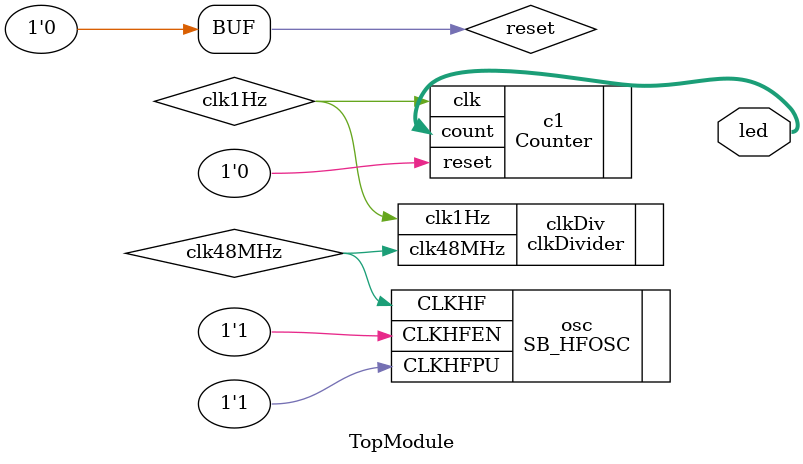
<source format=v>
module TopModule(
  output [2:0] led,

  );
  wire clk48MHz;
  reg reset = 1'b0;
  SB_HFOSC osc(
    .CLKHFPU(1'b1),
    .CLKHFEN(1'b1),
    .CLKHF(clk48MHz),
  );

  wire clk1Hz;
  clkDivider clkDiv(
    .clk48MHz(clk48MHz),
    .clk1Hz(clk1Hz)
  );
  Counter c1(.clk(clk1Hz), .reset(reset), .count(led));
endmodule

//G0 G1 G6 G3 better clock pin


</source>
